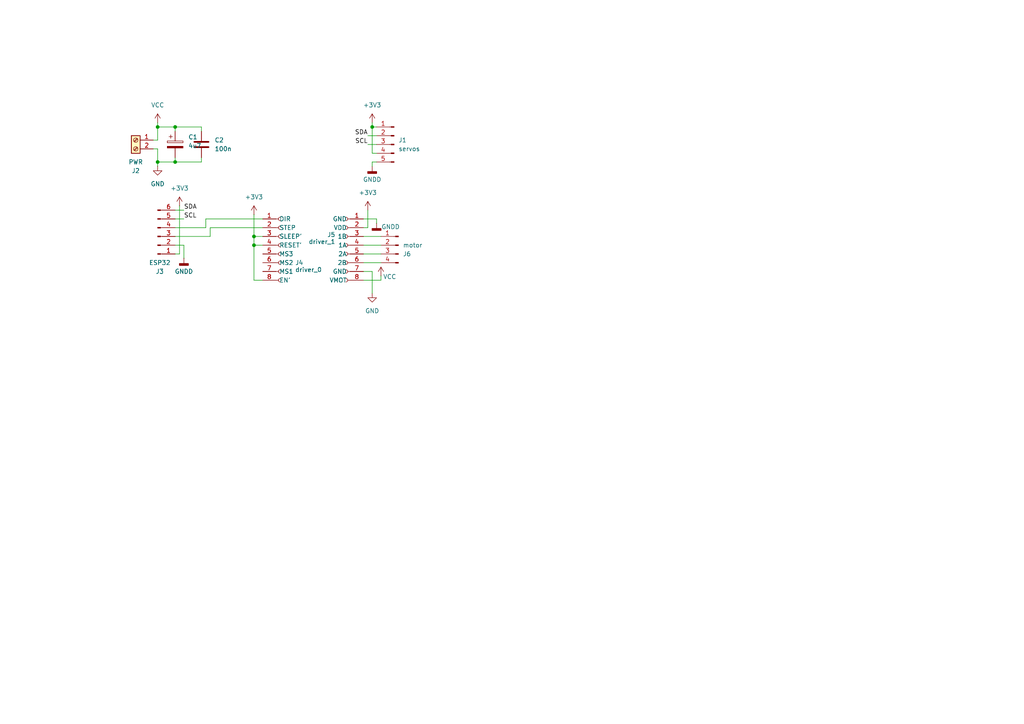
<source format=kicad_sch>
(kicad_sch (version 20250114) (generator "eeschema") (generator_version "9.0")
  (paper "A4")
  (lib_symbols
    (symbol "Conn_01x08_Socket_2" (pin_names (offset 1.016))
      (property "Reference" "J2" (at 1.778 -2.794 0))
      (property "Value" "driver_1" (at 1.524 -5.334 0))
      (symbol "Conn_01x08_Socket_2_1_1"
        (polyline (pts (xy -1.27 7.62) (xy -0.508 7.62)) (stroke (width 0.1524)))
        (polyline (pts (xy -1.27 5.08) (xy -0.508 5.08)) (stroke (width 0.1524)))
        (polyline (pts (xy -1.27 2.54) (xy -0.508 2.54)) (stroke (width 0.1524)))
        (polyline (pts (xy -1.27 0) (xy -0.508 0)) (stroke (width 0.1524)))
        (polyline (pts (xy -1.27 -2.54) (xy -0.508 -2.54)) (stroke (width 0.1524)))
        (polyline (pts (xy -1.27 -5.08) (xy -0.508 -5.08)) (stroke (width 0.1524)))
        (polyline (pts (xy -1.27 -7.62) (xy -0.508 -7.62)) (stroke (width 0.1524)))
        (polyline (pts (xy -1.27 -10.16) (xy -0.508 -10.16)) (stroke (width 0.1524)))
        (arc (start 0 7.112) (mid -0.5058 7.62) (end 0 8.128) (stroke (width 0.1524)))
        (arc (start 0 4.572) (mid -0.5058 5.08) (end 0 5.588) (stroke (width 0.1524)))
        (arc (start 0 2.032) (mid -0.5058 2.54) (end 0 3.048) (stroke (width 0.1524)))
        (arc (start 0 -0.508) (mid -0.5058 0) (end 0 0.508) (stroke (width 0.1524)))
        (arc (start 0 -3.048) (mid -0.5058 -2.54) (end 0 -2.032) (stroke (width 0.1524)))
        (arc (start 0 -5.588) (mid -0.5058 -5.08) (end 0 -4.572) (stroke (width 0.1524)))
        (arc (start 0 -8.128) (mid -0.5058 -7.62) (end 0 -7.112) (stroke (width 0.1524)))
        (arc (start 0 -10.668) (mid -0.5058 -10.16) (end 0 -9.652) (stroke (width 0.1524)))
        (pin passive line (at -5.08 7.62 0) (length 3.81) (name "GND") (number "1"))
        (pin passive line (at -5.08 5.08 0) (length 3.81) (name "VDD") (number "2"))
        (pin passive line (at -5.08 2.54 0) (length 3.81) (name "1B") (number "3"))
        (pin passive line (at -5.08 0 0) (length 3.81) (name "1A") (number "4"))
        (pin passive line (at -5.08 -2.54 0) (length 3.81) (name "2A") (number "5"))
        (pin passive line (at -5.08 -5.08 0) (length 3.81) (name "2B") (number "6"))
        (pin passive line (at -5.08 -7.62 0) (length 3.81) (name "GND") (number "7"))
        (pin passive line (at -5.08 -10.16 0) (length 3.81) (name "VMOT") (number "8"))
      )
    )
    (symbol "Connector:Conn_01x04_Pin" (pin_names (offset 1.016) (hide yes))
      (property "Reference" "J" (at 0 5.08 0))
      (property "Value" "Conn_01x04_Pin" (at 0 -7.62 0))
      (symbol "Conn_01x04_Pin_1_1"
        (rectangle (start 0.8636 2.667) (end 0 2.413) (stroke (width 0.1524)) (fill (type outline)))
        (rectangle (start 0.8636 0.127) (end 0 -0.127) (stroke (width 0.1524)) (fill (type outline)))
        (rectangle (start 0.8636 -2.413) (end 0 -2.667) (stroke (width 0.1524)) (fill (type outline)))
        (rectangle (start 0.8636 -4.953) (end 0 -5.207) (stroke (width 0.1524)) (fill (type outline)))
        (polyline (pts (xy 1.27 2.54) (xy 0.8636 2.54)) (stroke (width 0.1524)))
        (polyline (pts (xy 1.27 0) (xy 0.8636 0)) (stroke (width 0.1524)))
        (polyline (pts (xy 1.27 -2.54) (xy 0.8636 -2.54)) (stroke (width 0.1524)))
        (polyline (pts (xy 1.27 -5.08) (xy 0.8636 -5.08)) (stroke (width 0.1524)))
        (pin passive line (at 5.08 2.54 180) (length 3.81) (name "Pin_1") (number "1"))
        (pin passive line (at 5.08 0 180) (length 3.81) (name "Pin_2") (number "2"))
        (pin passive line (at 5.08 -2.54 180) (length 3.81) (name "Pin_3") (number "3"))
        (pin passive line (at 5.08 -5.08 180) (length 3.81) (name "Pin_4") (number "4"))
      )
    )
    (symbol "Connector:Conn_01x05_Pin" (pin_names (offset 1.016) (hide yes))
      (property "Reference" "J" (at 0 7.62 0))
      (property "Value" "Conn_01x05_Pin" (at 0 -7.62 0))
      (symbol "Conn_01x05_Pin_1_1"
        (rectangle (start 0.8636 5.207) (end 0 4.953) (stroke (width 0.1524)) (fill (type outline)))
        (rectangle (start 0.8636 2.667) (end 0 2.413) (stroke (width 0.1524)) (fill (type outline)))
        (rectangle (start 0.8636 0.127) (end 0 -0.127) (stroke (width 0.1524)) (fill (type outline)))
        (rectangle (start 0.8636 -2.413) (end 0 -2.667) (stroke (width 0.1524)) (fill (type outline)))
        (rectangle (start 0.8636 -4.953) (end 0 -5.207) (stroke (width 0.1524)) (fill (type outline)))
        (polyline (pts (xy 1.27 5.08) (xy 0.8636 5.08)) (stroke (width 0.1524)))
        (polyline (pts (xy 1.27 2.54) (xy 0.8636 2.54)) (stroke (width 0.1524)))
        (polyline (pts (xy 1.27 0) (xy 0.8636 0)) (stroke (width 0.1524)))
        (polyline (pts (xy 1.27 -2.54) (xy 0.8636 -2.54)) (stroke (width 0.1524)))
        (polyline (pts (xy 1.27 -5.08) (xy 0.8636 -5.08)) (stroke (width 0.1524)))
        (pin passive line (at 5.08 5.08 180) (length 3.81) (name "Pin_1") (number "1"))
        (pin passive line (at 5.08 2.54 180) (length 3.81) (name "Pin_2") (number "2"))
        (pin passive line (at 5.08 0 180) (length 3.81) (name "Pin_3") (number "3"))
        (pin passive line (at 5.08 -2.54 180) (length 3.81) (name "Pin_4") (number "4"))
        (pin passive line (at 5.08 -5.08 180) (length 3.81) (name "Pin_5") (number "5"))
      )
    )
    (symbol "Connector:Conn_01x06_Pin" (pin_names (offset 1.016) (hide yes))
      (property "Reference" "J" (at 0 7.62 0))
      (property "Value" "Conn_01x06_Pin" (at 0 -10.16 0))
      (symbol "Conn_01x06_Pin_1_1"
        (rectangle (start 0.8636 5.207) (end 0 4.953) (stroke (width 0.1524)) (fill (type outline)))
        (rectangle (start 0.8636 2.667) (end 0 2.413) (stroke (width 0.1524)) (fill (type outline)))
        (rectangle (start 0.8636 0.127) (end 0 -0.127) (stroke (width 0.1524)) (fill (type outline)))
        (rectangle (start 0.8636 -2.413) (end 0 -2.667) (stroke (width 0.1524)) (fill (type outline)))
        (rectangle (start 0.8636 -4.953) (end 0 -5.207) (stroke (width 0.1524)) (fill (type outline)))
        (rectangle (start 0.8636 -7.493) (end 0 -7.747) (stroke (width 0.1524)) (fill (type outline)))
        (polyline (pts (xy 1.27 5.08) (xy 0.8636 5.08)) (stroke (width 0.1524)))
        (polyline (pts (xy 1.27 2.54) (xy 0.8636 2.54)) (stroke (width 0.1524)))
        (polyline (pts (xy 1.27 0) (xy 0.8636 0)) (stroke (width 0.1524)))
        (polyline (pts (xy 1.27 -2.54) (xy 0.8636 -2.54)) (stroke (width 0.1524)))
        (polyline (pts (xy 1.27 -5.08) (xy 0.8636 -5.08)) (stroke (width 0.1524)))
        (polyline (pts (xy 1.27 -7.62) (xy 0.8636 -7.62)) (stroke (width 0.1524)))
        (pin passive line (at 5.08 5.08 180) (length 3.81) (name "Pin_1") (number "1"))
        (pin passive line (at 5.08 2.54 180) (length 3.81) (name "Pin_2") (number "2"))
        (pin passive line (at 5.08 0 180) (length 3.81) (name "Pin_3") (number "3"))
        (pin passive line (at 5.08 -2.54 180) (length 3.81) (name "Pin_4") (number "4"))
        (pin passive line (at 5.08 -5.08 180) (length 3.81) (name "Pin_5") (number "5"))
        (pin passive line (at 5.08 -7.62 180) (length 3.81) (name "Pin_6") (number "6"))
      )
    )
    (symbol "Connector:Conn_01x08_Socket" (pin_names (offset 1.016))
      (property "Reference" "J2" (at 8.382 5.334 0))
      (property "Value" "driver_0" (at 7.874 3.302 0))
      (symbol "Conn_01x08_Socket_1_1"
        (polyline (pts (xy -1.27 7.62) (xy -0.508 7.62)) (stroke (width 0.1524)))
        (polyline (pts (xy -1.27 5.08) (xy -0.508 5.08)) (stroke (width 0.1524)))
        (polyline (pts (xy -1.27 2.54) (xy -0.508 2.54)) (stroke (width 0.1524)))
        (polyline (pts (xy -1.27 0) (xy -0.508 0)) (stroke (width 0.1524)))
        (polyline (pts (xy -1.27 -2.54) (xy -0.508 -2.54)) (stroke (width 0.1524)))
        (polyline (pts (xy -1.27 -5.08) (xy -0.508 -5.08)) (stroke (width 0.1524)))
        (polyline (pts (xy -1.27 -7.62) (xy -0.508 -7.62)) (stroke (width 0.1524)))
        (polyline (pts (xy -1.27 -10.16) (xy -0.508 -10.16)) (stroke (width 0.1524)))
        (arc (start 0 7.112) (mid -0.5058 7.62) (end 0 8.128) (stroke (width 0.1524)))
        (arc (start 0 4.572) (mid -0.5058 5.08) (end 0 5.588) (stroke (width 0.1524)))
        (arc (start 0 2.032) (mid -0.5058 2.54) (end 0 3.048) (stroke (width 0.1524)))
        (arc (start 0 -0.508) (mid -0.5058 0) (end 0 0.508) (stroke (width 0.1524)))
        (arc (start 0 -3.048) (mid -0.5058 -2.54) (end 0 -2.032) (stroke (width 0.1524)))
        (arc (start 0 -5.588) (mid -0.5058 -5.08) (end 0 -4.572) (stroke (width 0.1524)))
        (arc (start 0 -8.128) (mid -0.5058 -7.62) (end 0 -7.112) (stroke (width 0.1524)))
        (arc (start 0 -10.668) (mid -0.5058 -10.16) (end 0 -9.652) (stroke (width 0.1524)))
        (pin passive line (at -5.08 7.62 0) (length 3.81) (name "DIR") (number "1"))
        (pin passive line (at -5.08 5.08 0) (length 3.81) (name "STEP") (number "2"))
        (pin passive line (at -5.08 2.54 0) (length 3.81) (name "SLEEP'") (number "3"))
        (pin passive line (at -5.08 0 0) (length 3.81) (name "RESET'") (number "4"))
        (pin passive line (at -5.08 -2.54 0) (length 3.81) (name "MS3") (number "5"))
        (pin passive line (at -5.08 -5.08 0) (length 3.81) (name "MS2") (number "6"))
        (pin passive line (at -5.08 -7.62 0) (length 3.81) (name "MS1") (number "7"))
        (pin passive line (at -5.08 -10.16 0) (length 3.81) (name "EN'") (number "8"))
      )
    )
    (symbol "Connector:Screw_Terminal_01x02" (pin_names (offset 1.016) (hide yes))
      (property "Reference" "J" (at 0 2.54 0))
      (property "Value" "Screw_Terminal_01x02" (at 0 -5.08 0))
      (symbol "Screw_Terminal_01x02_1_1"
        (rectangle (start -1.27 1.27) (end 1.27 -3.81) (stroke (width 0.254)) (fill (type background)))
        (polyline (pts (xy -0.5334 0.3302) (xy 0.3302 -0.508)) (stroke (width 0.1524)))
        (polyline (pts (xy -0.5334 -2.2098) (xy 0.3302 -3.048)) (stroke (width 0.1524)))
        (polyline (pts (xy -0.3556 0.508) (xy 0.508 -0.3302)) (stroke (width 0.1524)))
        (polyline (pts (xy -0.3556 -2.032) (xy 0.508 -2.8702)) (stroke (width 0.1524)))
        (circle (center 0 0) (radius 0.635) (stroke (width 0.1524)))
        (circle (center 0 -2.54) (radius 0.635) (stroke (width 0.1524)))
        (pin passive line (at -5.08 0 0) (length 3.81) (name "Pin_1") (number "1"))
        (pin passive line (at -5.08 -2.54 0) (length 3.81) (name "Pin_2") (number "2"))
      )
    )
    (symbol "Device:C" (pin_numbers (hide yes)) (pin_names (offset 0.254))
      (property "Reference" "C" (at 0.635 2.54 0))
      (property "Value" "C" (at 0.635 -2.54 0))
      (symbol "C_0_1"
        (polyline (pts (xy -2.032 0.762) (xy 2.032 0.762)) (stroke (width 0.508)))
        (polyline (pts (xy -2.032 -0.762) (xy 2.032 -0.762)) (stroke (width 0.508)))
      )
      (symbol "C_1_1"
        (pin passive line (at 0 3.81 270) (length 2.794) (name "~") (number "1"))
        (pin passive line (at 0 -3.81 90) (length 2.794) (name "~") (number "2"))
      )
    )
    (symbol "Device:C_Polarized" (pin_numbers (hide yes)) (pin_names (offset 0.254))
      (property "Reference" "C" (at 0.635 2.54 0))
      (property "Value" "C_Polarized" (at 0.635 -2.54 0))
      (symbol "C_Polarized_0_1"
        (rectangle (start -2.286 0.508) (end 2.286 1.016))
        (polyline (pts (xy -1.778 2.286) (xy -0.762 2.286)))
        (polyline (pts (xy -1.27 2.794) (xy -1.27 1.778)))
        (rectangle (start 2.286 -0.508) (end -2.286 -1.016) (fill (type outline)))
      )
      (symbol "C_Polarized_1_1"
        (pin passive line (at 0 3.81 270) (length 2.794) (name "~") (number "1"))
        (pin passive line (at 0 -3.81 90) (length 2.794) (name "~") (number "2"))
      )
    )
    (symbol "power:+3V3" (power) (pin_numbers (hide yes)) (pin_names (offset 0) (hide yes))
      (property "Value" "+3V3" (at 0 3.556 0))
      (symbol "+3V3_0_1"
        (polyline (pts (xy -0.762 1.27) (xy 0 2.54)))
        (polyline (pts (xy 0 2.54) (xy 0.762 1.27)))
        (polyline (pts (xy 0 0) (xy 0 2.54)))
      )
      (symbol "+3V3_1_1"
        (pin power_in line (at 0 0 90) (length 0) (name "~") (number "1"))
      )
    )
    (symbol "power:GND" (power) (pin_numbers (hide yes)) (pin_names (offset 0) (hide yes))
      (property "Value" "GND" (at 0 -3.81 0))
      (symbol "GND_0_1"
        (polyline (pts (xy 0 0) (xy 0 -1.27) (xy 1.27 -1.27) (xy 0 -2.54) (xy -1.27 -1.27) (xy 0 -1.27)))
      )
      (symbol "GND_1_1"
        (pin power_in line (at 0 0 270) (length 0) (name "~") (number "1"))
      )
    )
    (symbol "power:GNDD" (power) (pin_numbers (hide yes)) (pin_names (offset 0) (hide yes))
      (property "Value" "GNDD" (at 0 -3.175 0))
      (symbol "GNDD_0_1"
        (rectangle (start -1.27 -1.524) (end 1.27 -2.032) (stroke (width 0.254)) (fill (type outline)))
        (polyline (pts (xy 0 0) (xy 0 -1.524)))
      )
      (symbol "GNDD_1_1"
        (pin power_in line (at 0 0 270) (length 0) (name "~") (number "1"))
      )
    )
    (symbol "power:VCC" (power) (pin_numbers (hide yes)) (pin_names (offset 0) (hide yes))
      (property "Value" "VCC" (at 0 3.556 0))
      (symbol "VCC_0_1"
        (polyline (pts (xy -0.762 1.27) (xy 0 2.54)))
        (polyline (pts (xy 0 2.54) (xy 0.762 1.27)))
        (polyline (pts (xy 0 0) (xy 0 2.54)))
      )
      (symbol "VCC_1_1"
        (pin power_in line (at 0 0 90) (length 0) (name "~") (number "1"))
      )
    )
  )
  (junction (at 107.95 36.83))
  (junction (at 73.66 71.12))
  (junction (at 45.72 36.83))
  (junction (at 73.66 68.58))
  (junction (at 45.72 46.99))
  (junction (at 50.8 46.99))
  (junction (at 50.8 36.83))
  (wire (pts (xy 50.8 36.83) (xy 58.42 36.83)))
  (wire (pts (xy 45.72 36.83) (xy 50.8 36.83)))
  (wire (pts (xy 106.68 66.04) (xy 105.41 66.04)))
  (wire (pts (xy 45.72 40.64) (xy 45.72 36.83)))
  (wire (pts (xy 50.8 63.5) (xy 53.34 63.5)))
  (wire (pts (xy 76.2 71.12) (xy 73.66 71.12)))
  (wire (pts (xy 58.42 46.99) (xy 58.42 45.72)))
  (wire (pts (xy 73.66 81.28) (xy 73.66 71.12)))
  (wire (pts (xy 105.41 73.66) (xy 110.49 73.66)))
  (wire (pts (xy 59.69 66.04) (xy 50.8 66.04)))
  (wire (pts (xy 106.68 39.37) (xy 109.22 39.37)))
  (wire (pts (xy 73.66 68.58) (xy 73.66 71.12)))
  (wire (pts (xy 107.95 46.99) (xy 109.22 46.99)))
  (wire (pts (xy 44.45 43.18) (xy 45.72 43.18)))
  (wire (pts (xy 53.34 71.12) (xy 50.8 71.12)))
  (wire (pts (xy 105.41 71.12) (xy 110.49 71.12)))
  (wire (pts (xy 105.41 81.28) (xy 110.49 81.28)))
  (wire (pts (xy 52.07 59.69) (xy 52.07 73.66)))
  (wire (pts (xy 52.07 73.66) (xy 50.8 73.66)))
  (wire (pts (xy 109.22 63.5) (xy 109.22 64.77)))
  (wire (pts (xy 107.95 44.45) (xy 107.95 36.83)))
  (wire (pts (xy 73.66 62.23) (xy 73.66 68.58)))
  (wire (pts (xy 50.8 60.96) (xy 53.34 60.96)))
  (wire (pts (xy 50.8 45.72) (xy 50.8 46.99)))
  (wire (pts (xy 53.34 71.12) (xy 53.34 74.93)))
  (wire (pts (xy 59.69 63.5) (xy 59.69 66.04)))
  (wire (pts (xy 105.41 76.2) (xy 110.49 76.2)))
  (wire (pts (xy 50.8 46.99) (xy 58.42 46.99)))
  (wire (pts (xy 106.68 60.96) (xy 106.68 66.04)))
  (wire (pts (xy 45.72 43.18) (xy 45.72 46.99)))
  (wire (pts (xy 110.49 81.28) (xy 110.49 80.01)))
  (wire (pts (xy 58.42 36.83) (xy 58.42 38.1)))
  (wire (pts (xy 107.95 78.74) (xy 105.41 78.74)))
  (wire (pts (xy 107.95 36.83) (xy 109.22 36.83)))
  (wire (pts (xy 73.66 68.58) (xy 76.2 68.58)))
  (wire (pts (xy 107.95 48.26) (xy 107.95 46.99)))
  (wire (pts (xy 106.68 41.91) (xy 109.22 41.91)))
  (wire (pts (xy 76.2 63.5) (xy 59.69 63.5)))
  (wire (pts (xy 60.96 66.04) (xy 60.96 68.58)))
  (wire (pts (xy 107.95 78.74) (xy 107.95 85.09)))
  (wire (pts (xy 45.72 35.56) (xy 45.72 36.83)))
  (wire (pts (xy 76.2 81.28) (xy 73.66 81.28)))
  (wire (pts (xy 50.8 36.83) (xy 50.8 38.1)))
  (wire (pts (xy 45.72 46.99) (xy 45.72 48.26)))
  (wire (pts (xy 105.41 68.58) (xy 110.49 68.58)))
  (wire (pts (xy 109.22 44.45) (xy 107.95 44.45)))
  (wire (pts (xy 76.2 66.04) (xy 60.96 66.04)))
  (wire (pts (xy 105.41 63.5) (xy 109.22 63.5)))
  (wire (pts (xy 45.72 46.99) (xy 50.8 46.99)))
  (wire (pts (xy 44.45 40.64) (xy 45.72 40.64)))
  (wire (pts (xy 50.8 68.58) (xy 60.96 68.58)))
  (wire (pts (xy 107.95 35.56) (xy 107.95 36.83)))
  (label "SDA" (at 106.68 39.37 180))
  (label "SCL" (at 53.34 63.5 0))
  (label "SCL" (at 106.68 41.91 180))
  (label "SDA" (at 53.34 60.96 0))
  (symbol (lib_id "power:VCC") (at 110.49 80.01 0) (unit 1)
    (property "Reference" "#PWR010" (effects (hide yes)))
    (property "Value" "VCC" (at 113.03 80.264 0))
    (property "Description" "Power symbol creates a global label with name \"VCC\"" (effects (hide yes)))
  )
  (symbol (lib_id "power:+3V3") (at 107.95 35.56 0) (unit 1)
    (property "Reference" "#PWR02" (effects (hide yes)))
    (property "Value" "+3V3" (at 107.95 30.48 0))
    (property "Description" "Power symbol creates a global label with name \"+3V3\"" (effects (hide yes)))
  )
  (symbol (lib_id "Device:C_Polarized") (at 50.8 41.91 0) (unit 1)
    (property "Reference" "C1" (at 54.61 39.7509 0) (effects (justify left)))
    (property "Value" "4u7" (at 54.61 42.2909 0) (effects (justify left)))
    (property "Footprint" "Capacitor_THT:CP_Radial_D5.0mm_P2.50mm" (effects (hide yes)))
    (property "Description" "Polarized capacitor" (effects (hide yes)))
  )
  (symbol (lib_id "power:GNDD") (at 107.95 48.26 0) (unit 1)
    (property "Reference" "#PWR04" (effects (hide yes)))
    (property "Value" "GNDD" (at 107.95 52.07 0))
    (property "Description" "Power symbol creates a global label with name \"GNDD\" , digital ground" (effects (hide yes)))
  )
  (symbol (lib_id "power:GNDD") (at 53.34 74.93 0) (unit 1)
    (property "Reference" "#PWR09" (effects (hide yes)))
    (property "Value" "GNDD" (at 53.34 78.74 0))
    (property "Description" "Power symbol creates a global label with name \"GNDD\" , digital ground" (effects (hide yes)))
  )
  (symbol (lib_id "Connector:Conn_01x04_Pin") (at 115.57 71.12 0) (mirror y) (unit 1)
    (property "Reference" "J6" (at 116.84 73.6601 0) (effects (justify right)))
    (property "Value" "motor" (at 116.84 71.1201 0) (effects (justify right)))
    (property "Footprint" "Connector_JST:JST_EH_S4B-EH_1x04_P2.50mm_Horizontal" (effects (hide yes)))
    (property "Description" "Generic connector, single row, 01x04, script generated" (effects (hide yes)))
  )
  (symbol (lib_id "Connector:Conn_01x05_Pin") (at 114.3 41.91 0) (mirror y) (unit 1)
    (property "Reference" "J1" (at 115.57 40.6399 0) (effects (justify right)))
    (property "Value" "servos" (at 115.57 43.1799 0) (effects (justify right)))
    (property "Footprint" "Connector_JST:JST_EH_S5B-EH_1x05_P2.50mm_Horizontal" (effects (hide yes)))
    (property "Description" "Generic connector, single row, 01x05, script generated" (effects (hide yes)))
  )
  (symbol (lib_id "power:GNDD") (at 109.22 64.77 0) (unit 1)
    (property "Reference" "#PWR08" (effects (hide yes)))
    (property "Value" "GNDD" (at 113.284 65.786 0))
    (property "Description" "Power symbol creates a global label with name \"GNDD\" , digital ground" (effects (hide yes)))
  )
  (symbol (lib_id "Connector:Screw_Terminal_01x02") (at 39.37 40.64 0) (mirror y) (unit 1)
    (property "Reference" "J2" (at 39.37 49.53 0))
    (property "Value" "PWR" (at 39.37 46.99 0))
    (property "Footprint" "TerminalBlock:TerminalBlock_Xinya_XY308-2.54-2P_1x02_P2.54mm_Horizontal" (effects (hide yes)))
    (property "Description" "Generic screw terminal, single row, 01x02, script generated (kicad-library-utils/schlib/autogen/connector/)" (effects (hide yes)))
  )
  (symbol (lib_id "Connector:Conn_01x06_Pin") (at 45.72 68.58 0) (mirror x) (unit 1)
    (property "Reference" "J3" (at 46.355 78.74 0))
    (property "Value" "ESP32" (at 46.355 76.2 0))
    (property "Footprint" "Connector_JST:JST_EH_S6B-EH_1x06_P2.50mm_Horizontal" (effects (hide yes)))
    (property "Description" "Generic connector, single row, 01x06, script generated" (effects (hide yes)))
  )
  (symbol (lib_id "power:+3V3") (at 106.68 60.96 0) (unit 1)
    (property "Reference" "#PWR06" (effects (hide yes)))
    (property "Value" "+3V3" (at 106.68 55.88 0))
    (property "Description" "Power symbol creates a global label with name \"+3V3\"" (effects (hide yes)))
  )
  (symbol (lib_id "Device:C") (at 58.42 41.91 0) (unit 1)
    (property "Reference" "C2" (at 62.23 40.6399 0) (effects (justify left)))
    (property "Value" "100n" (at 62.23 43.1799 0) (effects (justify left)))
    (property "Footprint" "Capacitor_SMD:C_1206_3216Metric_Pad1.33x1.80mm_HandSolder" (effects (hide yes)))
    (property "Description" "Unpolarized capacitor" (effects (hide yes)))
  )
  (symbol (lib_id "power:+3V3") (at 52.07 59.69 0) (unit 1)
    (property "Reference" "#PWR05" (effects (hide yes)))
    (property "Value" "+3V3" (at 52.07 54.61 0))
    (property "Description" "Power symbol creates a global label with name \"+3V3\"" (effects (hide yes)))
  )
  (symbol (lib_id "power:+3V3") (at 73.66 62.23 0) (unit 1)
    (property "Reference" "#PWR07" (effects (hide yes)))
    (property "Value" "+3V3" (at 73.66 57.15 0))
    (property "Description" "Power symbol creates a global label with name \"+3V3\"" (effects (hide yes)))
  )
  (symbol (lib_id "power:GND") (at 107.95 85.09 0) (unit 1)
    (property "Reference" "#PWR012" (effects (hide yes)))
    (property "Value" "GND" (at 107.95 90.17 0))
    (property "Description" "Power symbol creates a global label with name \"GND\" , ground" (effects (hide yes)))
  )
  (symbol (lib_id "power:VCC") (at 45.72 35.56 0) (unit 1)
    (property "Reference" "#PWR01" (effects (hide yes)))
    (property "Value" "VCC" (at 45.72 30.48 0))
    (property "Description" "Power symbol creates a global label with name \"VCC\"" (effects (hide yes)))
  )
  (symbol (lib_id "power:GND") (at 45.72 48.26 0) (unit 1)
    (property "Reference" "#PWR03" (effects (hide yes)))
    (property "Value" "GND" (at 45.72 53.34 0))
    (property "Description" "Power symbol creates a global label with name \"GND\" , ground" (effects (hide yes)))
  )
  (symbol (lib_name "Conn_01x08_Socket_2") (lib_id "Connector:Conn_01x08_Socket") (at 100.33 71.12 0) (mirror y) (unit 1)
    (property "Reference" "J5" (at 97.282 68.072 0) (effects (justify left)))
    (property "Value" "driver_1" (at 97.282 70.104 0) (effects (justify left)))
    (property "Footprint" "Connector_PinSocket_2.54mm:PinSocket_1x08_P2.54mm_Vertical" (effects (hide yes)))
    (property "Description" "Generic connector, single row, 01x08, script generated" (effects (hide yes)))
  )
  (symbol (lib_id "Connector:Conn_01x08_Socket") (at 81.28 71.12 0) (unit 1)
    (property "Reference" "J4" (at 85.598 76.2 0) (effects (justify left)))
    (property "Value" "driver_0" (at 85.598 78.232 0) (effects (justify left)))
    (property "Footprint" "Connector_PinSocket_2.54mm:PinSocket_1x08_P2.54mm_Vertical" (effects (hide yes)))
    (property "Description" "Generic connector, single row, 01x08, script generated" (effects (hide yes)))
  )
)
</source>
